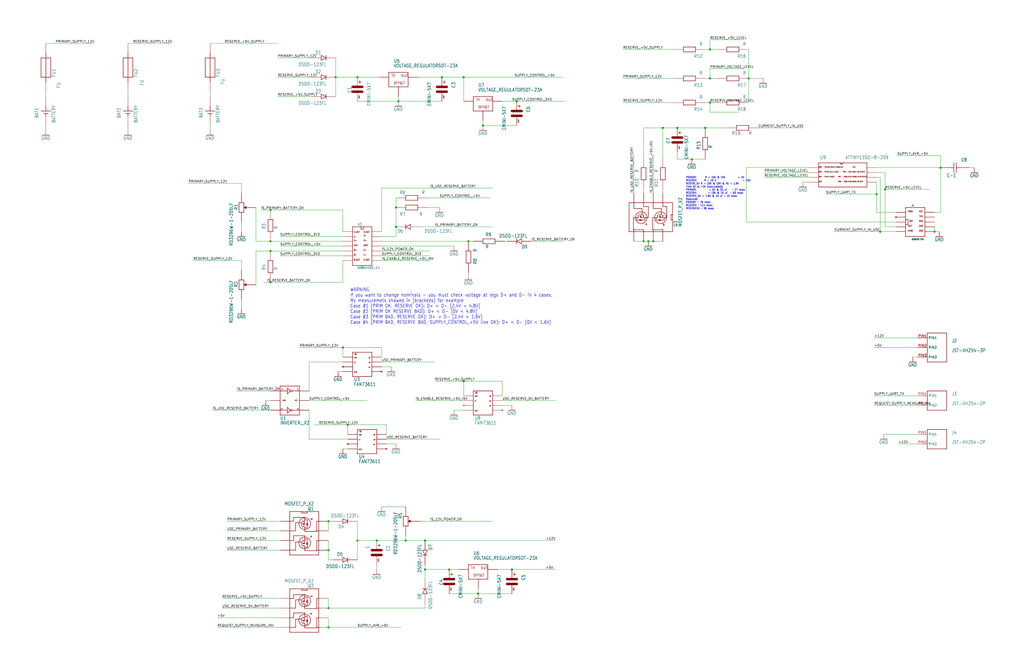
<source format=kicad_sch>
(kicad_sch (version 20230121) (generator eeschema)
  (paper "User" 538.556 352.069)
  (junction (at 223.52 299.72))
  (junction (at 491.49 121.92))
  (junction (at 172.72 274.32))
  (junction (at 187.96 40.64))
  (junction (at 251.46 312.42))
  (junction (at 243.84 40.64))
  (junction (at 462.915 121.92))
  (junction (at 494.665 88.265))
  (junction (at 223.52 284.48))
  (junction (at 182.88 223.52))
  (junction (at 142.24 127))
  (junction (at 373.38 26.035))
  (junction (at 338.455 127))
  (junction (at 271.78 53.34))
  (junction (at 180.34 182.88))
  (junction (at 208.28 109.22))
  (junction (at 142.24 110.49))
  (junction (at 269.24 299.72))
  (junction (at 209.55 53.34))
  (junction (at 172.72 289.56))
  (junction (at 393.7 41.275))
  (junction (at 243.84 200.66))
  (junction (at 373.38 53.975))
  (junction (at 343.535 127))
  (junction (at 198.12 284.48))
  (junction (at 176.53 40.64))
  (junction (at 348.615 67.31))
  (junction (at 187.96 284.48))
  (junction (at 142.24 132.08))
  (junction (at 232.41 40.64))
  (junction (at 340.995 127))
  (junction (at 142.24 148.59))
  (junction (at 370.84 67.31))
  (junction (at 236.22 299.72))
  (junction (at 208.28 119.38))
  (junction (at 356.235 67.31))
  (junction (at 246.38 127))
  (junction (at 172.72 320.04))
  (junction (at 465.455 99.695))
  (junction (at 254 66.04))
  (junction (at 172.72 330.2))
  (junction (at 461.01 102.235))
  (junction (at 373.38 41.275))
  (junction (at 363.855 83.82))
  (junction (at 213.36 284.48))
  (wire (pts (xy 163.83 50.8) (xy 146.05 50.8)) (stroke (width 0.1524)))
  (wire (pts (xy 187.96 40.64) (xy 176.53 40.64)) (stroke (width 0.1524)))
  (wire (pts (xy 147.32 284.48) (xy 119.38 284.48)) (stroke (width 0.1524)))
  (wire (pts (xy 208.28 124.46) (xy 208.28 119.38)) (stroke (width 0.1524)))
  (wire (pts (xy 228.6 200.66) (xy 243.84 200.66)) (stroke (width 0.1524)))
  (wire (pts (xy 251.46 309.88) (xy 251.46 312.42)) (stroke (width 0.1524)))
  (wire (pts (xy 461.01 111.76) (xy 471.17 111.76)) (stroke (width 0.1524)))
  (wire (pts (xy 246.38 127) (xy 248.92 127)) (stroke (width 0.1524)))
  (wire (pts (xy 480.06 187.96) (xy 482.6 187.96)) (stroke (width 0.1524)))
  (wire (pts (xy 200.66 121.92) (xy 200.66 99.06)) (stroke (width 0.1524)))
  (wire (pts (xy 425.45 93.345) (xy 401.955 93.345)) (stroke (width 0.1524)))
  (wire (pts (xy 172.72 325.12) (xy 172.72 330.2)) (stroke (width 0.1524)))
  (wire (pts (xy 187.96 53.34) (xy 209.55 53.34)) (stroke (width 0.1524)))
  (wire (pts (xy 142.24 205.74) (xy 124.46 205.74)) (stroke (width 0.1524)))
  (wire (pts (xy 162.56 231.14) (xy 182.88 231.14)) (stroke (width 0.1524)))
  (wire (pts (xy 271.78 66.04) (xy 254 66.04)) (stroke (width 0.1524)))
  (wire (pts (xy 208.28 119.38) (xy 208.28 109.22)) (stroke (width 0.1524)))
  (wire (pts (xy 127 157.48) (xy 127 162.56)) (stroke (width 0.1524)))
  (wire (pts (xy 219.71 40.64) (xy 232.41 40.64)) (stroke (width 0.1524)))
  (wire (pts (xy 373.38 53.975) (xy 373.38 59.055)) (stroke (width 0.1524)))
  (wire (pts (xy 147.32 330.2) (xy 114.3 330.2)) (stroke (width 0.1524)))
  (wire (pts (xy 465.455 90.805) (xy 465.455 99.695)) (stroke (width 0.1524)))
  (wire (pts (xy 348.615 101.6) (xy 348.615 99.695)) (stroke (width 0.1524)))
  (wire (pts (xy 338.455 83.185) (xy 338.455 67.31)) (stroke (width 0.1524)))
  (wire (pts (xy 127 101.6) (xy 127 96.52)) (stroke (width 0.1524)))
  (wire (pts (xy 224.79 104.14) (xy 257.81 104.14)) (stroke (width 0.1524)))
  (wire (pts (xy 147.32 274.32) (xy 119.38 274.32)) (stroke (width 0.1524)))
  (wire (pts (xy 279.4 127) (xy 295.91 127)) (stroke (width 0.1524)))
  (wire (pts (xy 232.41 40.64) (xy 243.84 40.64)) (stroke (width 0.1524)))
  (wire (pts (xy 261.62 299.72) (xy 269.24 299.72)) (stroke (width 0.1524)))
  (wire (pts (xy 422.275 95.885) (xy 425.45 95.885)) (stroke (width 0.1524)))
  (wire (pts (xy 243.84 210.82) (xy 218.44 210.82)) (stroke (width 0.1524)))
  (wire (pts (xy 200.66 193.04) (xy 205.74 193.04)) (stroke (width 0.1524)))
  (wire (pts (xy 223.52 297.18) (xy 223.52 299.72)) (stroke (width 0.1524)))
  (wire (pts (xy 471.17 116.84) (xy 392.43 116.84)) (stroke (width 0.1524)))
  (wire (pts (xy 134.62 109.22) (xy 134.62 127)) (stroke (width 0.1524)))
  (wire (pts (xy 373.38 20.955) (xy 391.16 20.955)) (stroke (width 0.1524)))
  (wire (pts (xy 203.2 233.68) (xy 208.28 233.68)) (stroke (width 0.1524)))
  (wire (pts (xy 209.55 50.8) (xy 209.55 53.34)) (stroke (width 0.1524)))
  (wire (pts (xy 110.49 66.04) (xy 110.49 68.58)) (stroke (width 0.1524)))
  (wire (pts (xy 180.34 137.16) (xy 180.34 148.59)) (stroke (width 0.1524)))
  (wire (pts (xy 180.34 187.96) (xy 180.34 182.88)) (stroke (width 0.1524)))
  (wire (pts (xy 264.16 213.36) (xy 269.24 213.36)) (stroke (width 0.1524)))
  (wire (pts (xy 134.62 132.08) (xy 142.24 132.08)) (stroke (width 0.1524)))
  (wire (pts (xy 363.855 83.82) (xy 356.235 83.82)) (stroke (width 0.1524)))
  (wire (pts (xy 172.72 294.64) (xy 175.26 294.64)) (stroke (width 0.1524)))
  (wire (pts (xy 110.49 22.86) (xy 146.05 22.86)) (stroke (width 0.1524)))
  (wire (pts (xy 172.72 330.2) (xy 210.82 330.2)) (stroke (width 0.1524)))
  (wire (pts (xy 340.995 127) (xy 343.535 127)) (stroke (width 0.1524)))
  (wire (pts (xy 142.24 132.08) (xy 180.34 132.08)) (stroke (width 0.1524)))
  (wire (pts (xy 354.33 41.275) (xy 327.66 41.275)) (stroke (width 0.1524)))
  (wire (pts (xy 147.32 314.96) (xy 116.84 314.96)) (stroke (width 0.1524)))
  (wire (pts (xy 180.34 236.22) (xy 182.88 236.22)) (stroke (width 0.1524)))
  (wire (pts (xy 177.8 195.58) (xy 180.34 195.58)) (stroke (width 0.1524)))
  (wire (pts (xy 200.66 127) (xy 246.38 127)) (stroke (width 0.1524)))
  (wire (pts (xy 172.72 284.48) (xy 172.72 289.56)) (stroke (width 0.1524)))
  (wire (pts (xy 425.45 90.805) (xy 401.955 90.805)) (stroke (width 0.1524)))
  (wire (pts (xy 464.82 228.6) (xy 482.6 228.6)) (stroke (width 0.1524)))
  (wire (pts (xy 142.24 215.9) (xy 111.76 215.9)) (stroke (width 0.1524)))
  (wire (pts (xy 264.16 200.66) (xy 264.16 208.28)) (stroke (width 0.1524)))
  (wire (pts (xy 462.915 121.92) (xy 471.17 121.92)) (stroke (width 0.1524)))
  (wire (pts (xy 223.52 320.04) (xy 223.52 317.5)) (stroke (width 0.1524)))
  (wire (pts (xy 236.22 299.72) (xy 223.52 299.72)) (stroke (width 0.1524)))
  (wire (pts (xy 398.78 67.31) (xy 422.275 67.31)) (stroke (width 0.1524)))
  (wire (pts (xy 370.84 41.275) (xy 373.38 41.275)) (stroke (width 0.1524)))
  (wire (pts (xy 393.7 41.275) (xy 393.7 53.975)) (stroke (width 0.1524)))
  (wire (pts (xy 373.38 26.035) (xy 373.38 20.955)) (stroke (width 0.1524)))
  (wire (pts (xy 67.31 22.86) (xy 90.17 22.86)) (stroke (width 0.1524)))
  (wire (pts (xy 200.66 190.5) (xy 228.6 190.5)) (stroke (width 0.1524)))
  (wire (pts (xy 236.22 312.42) (xy 251.46 312.42)) (stroke (width 0.1524)))
  (wire (pts (xy 134.62 149.86) (xy 134.62 132.08)) (stroke (width 0.1524)))
  (wire (pts (xy 180.34 134.62) (xy 147.32 134.62)) (stroke (width 0.1524)))
  (wire (pts (xy 246.38 144.78) (xy 246.38 143.51)) (stroke (width 0.1524)))
  (wire (pts (xy 213.36 266.7) (xy 200.66 266.7)) (stroke (width 0.1524)))
  (wire (pts (xy 199.39 40.64) (xy 187.96 40.64)) (stroke (width 0.1524)))
  (wire (pts (xy 494.665 81.915) (xy 471.805 81.915)) (stroke (width 0.1524)))
  (wire (pts (xy 162.56 210.82) (xy 193.04 210.82)) (stroke (width 0.1524)))
  (wire (pts (xy 172.72 289.56) (xy 172.72 294.64)) (stroke (width 0.1524)))
  (wire (pts (xy 180.34 110.49) (xy 142.24 110.49)) (stroke (width 0.1524)))
  (wire (pts (xy 373.38 41.275) (xy 373.38 36.195)) (stroke (width 0.1524)))
  (wire (pts (xy 223.52 304.8) (xy 223.52 299.72)) (stroke (width 0.1524)))
  (wire (pts (xy 180.34 121.92) (xy 180.34 110.49)) (stroke (width 0.1524)))
  (wire (pts (xy 491.49 121.92) (xy 494.03 121.92)) (stroke (width 0.1524)))
  (wire (pts (xy 223.52 284.48) (xy 292.1 284.48)) (stroke (width 0.1524)))
  (wire (pts (xy 24.13 66.04) (xy 24.13 68.58)) (stroke (width 0.1524)))
  (wire (pts (xy 200.66 182.88) (xy 200.66 187.96)) (stroke (width 0.1524)))
  (wire (pts (xy 142.24 148.59) (xy 138.43 148.59)) (stroke (width 0.1524)))
  (wire (pts (xy 127 137.16) (xy 101.6 137.16)) (stroke (width 0.1524)))
  (wire (pts (xy 134.62 127) (xy 142.24 127)) (stroke (width 0.1524)))
  (wire (pts (xy 243.84 40.64) (xy 295.91 40.64)) (stroke (width 0.1524)))
  (wire (pts (xy 67.31 66.04) (xy 67.31 68.58)) (stroke (width 0.1524)))
  (wire (pts (xy 147.32 289.56) (xy 119.38 289.56)) (stroke (width 0.1524)))
  (wire (pts (xy 180.34 182.88) (xy 157.48 182.88)) (stroke (width 0.1524)))
  (wire (pts (xy 264.16 53.34) (xy 271.78 53.34)) (stroke (width 0.1524)))
  (wire (pts (xy 392.43 116.84) (xy 392.43 88.265)) (stroke (width 0.1524)))
  (wire (pts (xy 243.84 200.66) (xy 264.16 200.66)) (stroke (width 0.1524)))
  (wire (pts (xy 110.49 50.8) (xy 110.49 48.26)) (stroke (width 0.1524)))
  (wire (pts (xy 491.49 111.76) (xy 494.665 111.76)) (stroke (width 0.1524)))
  (wire (pts (xy 471.17 119.38) (xy 465.455 119.38)) (stroke (width 0.1524)))
  (wire (pts (xy 182.88 228.6) (xy 182.88 223.52)) (stroke (width 0.1524)))
  (wire (pts (xy 142.24 127) (xy 180.34 127)) (stroke (width 0.1524)))
  (wire (pts (xy 482.6 177.8) (xy 459.74 177.8)) (stroke (width 0.1524)))
  (wire (pts (xy 243.84 215.9) (xy 238.76 215.9)) (stroke (width 0.1524)))
  (wire (pts (xy 461.01 95.885) (xy 461.01 102.235)) (stroke (width 0.1524)))
  (wire (pts (xy 200.66 132.08) (xy 226.06 132.08)) (stroke (width 0.1524)))
  (wire (pts (xy 354.33 26.035) (xy 327.66 26.035)) (stroke (width 0.1524)))
  (wire (pts (xy 461.01 90.805) (xy 465.455 90.805)) (stroke (width 0.1524)))
  (wire (pts (xy 393.7 41.275) (xy 401.32 41.275)) (stroke (width 0.1524)))
  (wire (pts (xy 373.38 36.195) (xy 391.16 36.195)) (stroke (width 0.1524)))
  (wire (pts (xy 462.915 93.345) (xy 462.915 121.92)) (stroke (width 0.1524)))
  (wire (pts (xy 343.535 101.6) (xy 343.535 81.28)) (stroke (width 0.1524)))
  (wire (pts (xy 163.83 30.48) (xy 146.05 30.48)) (stroke (width 0.1524)))
  (wire (pts (xy 241.3 299.72) (xy 236.22 299.72)) (stroke (width 0.1524)))
  (wire (pts (xy 482.6 182.88) (xy 459.74 182.88)) (stroke (width 0.1524)))
  (wire (pts (xy 354.33 53.975) (xy 327.66 53.975)) (stroke (width 0.1524)))
  (wire (pts (xy 200.66 99.06) (xy 259.08 99.06)) (stroke (width 0.1524)))
  (wire (pts (xy 509.905 88.265) (xy 512.445 88.265)) (stroke (width 0.1524)))
  (wire (pts (xy 461.01 88.265) (xy 494.665 88.265)) (stroke (width 0.1524)))
  (wire (pts (xy 142.24 110.49) (xy 137.16 110.49)) (stroke (width 0.1524)))
  (wire (pts (xy 269.24 299.72) (xy 292.1 299.72)) (stroke (width 0.1524)))
  (wire (pts (xy 24.13 50.8) (xy 24.13 48.26)) (stroke (width 0.1524)))
  (wire (pts (xy 147.32 279.4) (xy 119.38 279.4)) (stroke (width 0.1524)))
  (wire (pts (xy 343.535 127) (xy 348.615 127)) (stroke (width 0.1524)))
  (wire (pts (xy 338.455 127) (xy 340.995 127)) (stroke (width 0.1524)))
  (wire (pts (xy 373.38 41.275) (xy 377.19 41.275)) (stroke (width 0.1524)))
  (wire (pts (xy 213.36 281.94) (xy 213.36 284.48)) (stroke (width 0.1524)))
  (wire (pts (xy 465.455 99.695) (xy 488.95 99.695)) (stroke (width 0.1524)))
  (wire (pts (xy 370.84 83.82) (xy 363.855 83.82)) (stroke (width 0.1524)))
  (wire (pts (xy 271.78 53.34) (xy 297.18 53.34)) (stroke (width 0.1524)))
  (wire (pts (xy 392.43 88.265) (xy 425.45 88.265)) (stroke (width 0.1524)))
  (wire (pts (xy 373.38 53.975) (xy 377.19 53.975)) (stroke (width 0.1524)))
  (wire (pts (xy 200.66 134.62) (xy 226.06 134.62)) (stroke (width 0.1524)))
  (wire (pts (xy 220.98 274.32) (xy 259.08 274.32)) (stroke (width 0.1524)))
  (wire (pts (xy 180.34 129.54) (xy 147.32 129.54)) (stroke (width 0.1524)))
  (wire (pts (xy 182.88 223.52) (xy 203.2 223.52)) (stroke (width 0.1524)))
  (wire (pts (xy 465.455 119.38) (xy 465.455 99.695)) (stroke (width 0.1524)))
  (wire (pts (xy 370.84 53.975) (xy 373.38 53.975)) (stroke (width 0.1524)))
  (wire (pts (xy 176.53 30.48) (xy 176.53 40.64)) (stroke (width 0.1524)))
  (wire (pts (xy 180.34 148.59) (xy 142.24 148.59)) (stroke (width 0.1524)))
  (wire (pts (xy 482.6 208.28) (xy 459.74 208.28)) (stroke (width 0.1524)))
  (wire (pts (xy 200.66 137.16) (xy 226.06 137.16)) (stroke (width 0.1524)))
  (wire (pts (xy 482.6 213.36) (xy 459.74 213.36)) (stroke (width 0.1524)))
  (wire (pts (xy 462.915 121.92) (xy 438.785 121.92)) (stroke (width 0.1524)))
  (wire (pts (xy 162.56 215.9) (xy 162.56 231.14)) (stroke (width 0.1524)))
  (wire (pts (xy 175.26 274.32) (xy 172.72 274.32)) (stroke (width 0.1524)))
  (wire (pts (xy 461.01 102.235) (xy 434.34 102.235)) (stroke (width 0.1524)))
  (wire (pts (xy 203.2 223.52) (xy 203.2 228.6)) (stroke (width 0.1524)))
  (wire (pts (xy 163.83 40.64) (xy 146.05 40.64)) (stroke (width 0.1524)))
  (wire (pts (xy 393.7 26.035) (xy 393.7 41.275)) (stroke (width 0.1524)))
  (wire (pts (xy 356.235 67.31) (xy 370.84 67.31)) (stroke (width 0.1524)))
  (wire (pts (xy 187.96 274.32) (xy 187.96 284.48)) (stroke (width 0.1524)))
  (wire (pts (xy 147.32 325.12) (xy 114.3 325.12)) (stroke (width 0.1524)))
  (wire (pts (xy 265.43 127) (xy 266.7 127)) (stroke (width 0.1524)))
  (wire (pts (xy 176.53 50.8) (xy 176.53 40.64)) (stroke (width 0.1524)))
  (wire (pts (xy 139.7 210.82) (xy 142.24 210.82)) (stroke (width 0.1524)))
  (wire (pts (xy 180.34 124.46) (xy 147.32 124.46)) (stroke (width 0.1524)))
  (wire (pts (xy 251.46 312.42) (xy 269.24 312.42)) (stroke (width 0.1524)))
  (wire (pts (xy 67.31 50.8) (xy 67.31 48.26)) (stroke (width 0.1524)))
  (wire (pts (xy 333.375 127) (xy 338.455 127)) (stroke (width 0.1524)))
  (wire (pts (xy 482.6 233.68) (xy 472.44 233.68)) (stroke (width 0.1524)))
  (wire (pts (xy 373.38 26.035) (xy 377.19 26.035)) (stroke (width 0.1524)))
  (wire (pts (xy 208.28 109.22) (xy 208.28 104.14)) (stroke (width 0.1524)))
  (wire (pts (xy 356.235 83.82) (xy 356.235 80.01)) (stroke (width 0.1524)))
  (wire (pts (xy 370.84 26.035) (xy 373.38 26.035)) (stroke (width 0.1524)))
  (wire (pts (xy 127 142.24) (xy 127 137.16)) (stroke (width 0.1524)))
  (wire (pts (xy 491.49 119.38) (xy 491.49 121.92)) (stroke (width 0.1524)))
  (wire (pts (xy 348.615 67.31) (xy 356.235 67.31)) (stroke (width 0.1524)))
  (wire (pts (xy 198.12 299.72) (xy 198.12 297.18)) (stroke (width 0.1524)))
  (wire (pts (xy 162.56 205.74) (xy 162.56 190.5)) (stroke (width 0.1524)))
  (wire (pts (xy 203.2 231.14) (xy 231.14 231.14)) (stroke (width 0.1524)))
  (wire (pts (xy 494.665 88.265) (xy 494.665 81.915)) (stroke (width 0.1524)))
  (wire (pts (xy 243.84 40.64) (xy 243.84 53.34)) (stroke (width 0.1524)))
  (wire (pts (xy 172.72 314.96) (xy 172.72 320.04)) (stroke (width 0.1524)))
  (wire (pts (xy 373.38 59.055) (xy 388.62 59.055)) (stroke (width 0.1524)))
  (wire (pts (xy 224.79 109.22) (xy 231.14 109.22)) (stroke (width 0.1524)))
  (wire (pts (xy 127 96.52) (xy 99.06 96.52)) (stroke (width 0.1524)))
  (wire (pts (xy 127 116.84) (xy 127 121.92)) (stroke (width 0.1524)))
  (wire (pts (xy 24.13 22.86) (xy 49.53 22.86)) (stroke (width 0.1524)))
  (wire (pts (xy 180.34 182.88) (xy 200.66 182.88)) (stroke (width 0.1524)))
  (wire (pts (xy 162.56 190.5) (xy 180.34 190.5)) (stroke (width 0.1524)))
  (wire (pts (xy 254 63.5) (xy 254 66.04)) (stroke (width 0.1524)))
  (wire (pts (xy 338.455 67.31) (xy 348.615 67.31)) (stroke (width 0.1524)))
  (wire (pts (xy 182.88 223.52) (xy 165.1 223.52)) (stroke (width 0.1524)))
  (wire (pts (xy 172.72 279.4) (xy 172.72 274.32)) (stroke (width 0.1524)))
  (wire (pts (xy 147.32 320.04) (xy 116.84 320.04)) (stroke (width 0.1524)))
  (wire (pts (xy 461.01 102.235) (xy 461.01 111.76)) (stroke (width 0.1524)))
  (wire (pts (xy 187.96 284.48) (xy 187.96 294.64)) (stroke (width 0.1524)))
  (wire (pts (xy 198.12 284.48) (xy 213.36 284.48)) (stroke (width 0.1524)))
  (wire (pts (xy 348.615 67.31) (xy 348.615 83.185)) (stroke (width 0.1524)))
  (wire (pts (xy 338.455 99.695) (xy 338.455 101.6)) (stroke (width 0.1524)))
  (wire (pts (xy 243.84 208.28) (xy 243.84 200.66)) (stroke (width 0.1524)))
  (wire (pts (xy 461.01 93.345) (xy 462.915 93.345)) (stroke (width 0.1524)))
  (wire (pts (xy 333.375 101.6) (xy 333.375 81.28)) (stroke (width 0.1524)))
  (wire (pts (xy 232.41 53.34) (xy 209.55 53.34)) (stroke (width 0.1524)))
  (wire (pts (xy 220.98 119.38) (xy 259.08 119.38)) (stroke (width 0.1524)))
  (wire (pts (xy 200.66 129.54) (xy 238.76 129.54)) (stroke (width 0.1524)))
  (wire (pts (xy 200.66 124.46) (xy 208.28 124.46)) (stroke (width 0.1524)))
  (wire (pts (xy 213.36 284.48) (xy 223.52 284.48)) (stroke (width 0.1524)))
  (wire (pts (xy 172.72 320.04) (xy 223.52 320.04)) (stroke (width 0.1524)))
  (wire (pts (xy 198.12 284.48) (xy 187.96 284.48)) (stroke (width 0.1524)))
  (wire (pts (xy 264.16 210.82) (xy 292.1 210.82)) (stroke (width 0.1524)))
  (wire (pts (xy 494.665 111.76) (xy 494.665 88.265)) (stroke (width 0.1524)))
  (wire (pts (xy 370.84 67.31) (xy 382.27 67.31)) (stroke (width 0.1524)))
  (text "PRIMARY       R = 10K & 10K          = 5K\nRESERVE      R = 10 K                     = 10K\nRESERE_5V R = 10K & 10K & 3K = 1.9K\nTime 5V to <3V (calculated):\nPRIMARY          = 5K & 10 uF    ~ 27 msec\nRESERVE         = 10K & 10 uF  ~ 60 msec\nRESERVE_5V = 1.9K & 10 uF ~ 10 msec\nMeasured\nPRIMARY ~ 76 msec\nRESERVE ~ 114 msec\nRESERVE5V ~ 38 msec" (at 360.68 110.49 0) (effects (font (size 1.016 0.8636)) (justify left bottom)))
  (text "WARNING\nIf you want to change nominals - you must check voltage at legs D+ and D- in 4 cases.\nMy measuremets showed in [brackeds] for example\nCase #1 (PRIM OK, RESERVE OK): D+ < D- [2.4V < 4.8V]\nCase #2 (PRIM OK RESERVE BAD): D+ < D- [0V < 4.8V]\nCase #3 (PRIM BAD, RESERVE OK): D+ > D- [2.4V > 1.6V]\nCase #4 (PRIM BAD, RESERVE BAD, SUPPLY_CONTROL_+5V line OK): D+ < D- [0V < 1.6V]" (at 184.15 170.815 0) (effects (font (size 1.778 1.5113)) (justify left bottom)))
  (label "USE_PRIMARY_BATTERY" (at 119.38 279.4 0) (effects (font (size 1.2446 1.2446))))
  (label "SUPPLY_CONTROL_+5V" (at 162.56 210.82 0) (effects (font (size 1.2446 1.2446))))
  (label "SUPPLY_CONTROL_3V3" (at 147.32 124.46 0) (effects (font (size 1.2446 1.2446))))
  (label "RESERVE_SUPPLY_12V" (at 101.6 137.16 0) (effects (font (size 1.2446 1.2446))))
  (label "REQUEST_SUPPLY_MEASURE_INV" (at 114.3 330.2 0) (effects (font (size 1.2446 1.2446))))
  (label "SUPPLY_AVR_+5V" (at 187.96 330.2 0) (effects (font (size 1.2446 1.2446))))
  (label "IS_RESERVE_BATTERY_OK" (at 140.335 148.59 0) (effects (font (size 1.2446 1.2446))))
  (label "PRIMARY_SUPPLY_12V" (at 157.48 182.88 0) (effects (font (size 1.2446 1.2446))))
  (label "SUPPLY_UART_TX" (at 459.74 208.28 0) (effects (font (size 1.2446 1.2446))))
  (label "IS_ENABLE_RESERVE_+5V_INV" (at 343.535 101.6 90) (effects (font (size 1.2446 1.2446))))
  (label "SUPPLY_CONTROL_3V3" (at 147.32 134.62 0) (effects (font (size 1.2446 1.2446))))
  (label "CURRENT_SUPPLY_IN_USE" (at 438.785 121.92 0) (effects (font (size 1.2446 1.2446))))
  (label "RESERVE_+5V_SUPPLY" (at 116.84 314.96 0) (effects (font (size 1.2446 1.2446))))
  (label "IS_PRIMARY_BATTERY_OK" (at 124.46 205.74 0) (effects (font (size 1.2446 1.2446))))
  (label "SUPPLY_CONTROL_+5V" (at 147.32 129.54 0) (effects (font (size 1.2446 1.2446))))
  (label "IS_USE_RESERVE_BATTERY" (at 333.375 101.6 90) (effects (font (size 1.2446 1.2446))))
  (label "RESERVE_SUPPLY_12V" (at 167.64 223.52 0) (effects (font (size 1.2446 1.2446))))
  (label "SUPPLY_CONTROL_+5V" (at 231.14 104.14 0) (effects (font (size 1.2446 1.2446))))
  (label "PRIMARY_SUPPLY_12V" (at 119.38 274.32 0) (effects (font (size 1.2446 1.2446))))
  (label "IS_RESERVE_BATTERY_OK" (at 279.4 127 0) (effects (font (size 1.2446 1.2446))))
  (label "IS_USE_RESERVE_BATTERY" (at 226.06 99.06 0) (effects (font (size 1.2446 1.2446))))
  (label "USE_RESERVE_BATTERY" (at 119.38 289.56 0) (effects (font (size 1.2446 1.2446))))
  (label "REQUEST_SUPPLY_MEASURE_INV" (at 459.74 213.36 0) (effects (font (size 1.2446 1.2446))))
  (label "USE_RESERVE_5V_BATTERY" (at 264.16 210.82 0) (effects (font (size 1.2446 1.2446))))
  (label "RESERVE_VOLTAGE_LEVEL" (at 401.955 93.345 0) (effects (font (size 1.2446 1.2446))))
  (label "SUPPLY_AVR_+5V" (at 471.805 81.915 0) (effects (font (size 1.2446 1.2446))))
  (label "IS_ENABLE_RESERVE_+5V_INV" (at 200.66 137.16 0) (effects (font (size 1.2446 1.2446))))
  (label "IS_PRIMARY_BATTERY_OK" (at 137.16 110.49 0) (effects (font (size 1.2446 1.2446))))
  (label "PRIMARY_VOLTAGE_LEVEL" (at 373.38 36.195 0) (effects (font (size 1.2446 1.2446))))
  (label "RESERVE_+5V_LEVEL" (at 373.38 20.955 0) (effects (font (size 1.2446 1.2446))))
  (label "SUPPLY_UART_TX" (at 434.34 102.235 0) (effects (font (size 1.2446 1.2446))))
  (label "RESERVE_SUPPLY_12V" (at 69.85 22.86 0) (effects (font (size 1.2446 1.2446))))
  (label "+5V" (at 287.02 299.72 0) (effects (font (size 1.2446 1.2446))))
  (label "PRIMARY_SUPPLY_12V" (at 99.06 96.52 0) (effects (font (size 1.2446 1.2446))))
  (label "+5V" (at 459.74 182.88 0) (effects (font (size 1.2446 1.2446))))
  (label "RESERVE_+5V_SUPPLY" (at 118.11 22.86 0) (effects (font (size 1.2446 1.2446))))
  (label "USE_PRIMARY_BATTERY" (at 200.66 190.5 0) (effects (font (size 1.2446 1.2446))))
  (label "USE_RESERVE_5V_BATTERY" (at 116.84 320.04 0) (effects (font (size 1.2446 1.2446))))
  (label "RESERVE_SUPPLY_12V" (at 119.38 284.48 0) (effects (font (size 1.2446 1.2446))))
  (label "IS_ENABLE_RESERVE_+5V_INV" (at 218.44 210.82 0) (effects (font (size 1.2446 1.2446))))
  (label "+12V" (at 472.44 233.68 0) (effects (font (size 1.2446 1.2446))))
  (label "RESERVE_+5V_LEVEL" (at 465.455 99.695 0) (effects (font (size 1.2446 1.2446))))
  (label "IS_12V_POWER_OK" (at 226.06 274.32 0) (effects (font (size 1.2446 1.2446))))
  (label "PRIMARY_VOLTAGE_LEVEL" (at 401.955 90.805 0) (effects (font (size 1.2446 1.2446))))
  (label "RESERVE_SUPPLY_12V" (at 327.66 53.975 0) (effects (font (size 1.2446 1.2446))))
  (label "RESERVE_+5V_SUPPLY" (at 327.66 26.035 0) (effects (font (size 1.2446 1.2446))))
  (label "CURRENT_SUPPLY_IN_USE" (at 398.78 67.31 0) (effects (font (size 1.2446 1.2446))))
  (label "+12V" (at 459.74 177.8 0) (effects (font (size 1.2446 1.2446))))
  (label "IS_PRIMARY_BATTERY_OK" (at 228.6 119.38 0) (effects (font (size 1.2446 1.2446))))
  (label "IS_12V_POWER_OK" (at 200.66 132.08 0) (effects (font (size 1.2446 1.2446))))
  (label "RESERVE_+5V_SUPPLY" (at 146.05 50.8 0) (effects (font (size 1.2446 1.2446))))
  (label "SUPPLY_CONTROL_+5V" (at 270.51 40.64 0) (effects (font (size 1.2446 1.2446))))
  (label "PRIMARY_SUPPLY_12V" (at 327.66 41.275 0) (effects (font (size 1.2446 1.2446))))
  (label "IS_USE_RESERVE_BATTERY" (at 111.76 215.9 0) (effects (font (size 1.2446 1.2446))))
  (label "+12V" (at 287.02 284.48 0) (effects (font (size 1.2446 1.2446))))
  (label "SUPPLY_CONTROL_3V3" (at 269.24 53.34 0) (effects (font (size 1.2446 1.2446))))
  (label "SUPPLY_CONTROL_3V3" (at 200.66 134.62 0) (effects (font (size 1.2446 1.2446))))
  (label "PRIMARY_SUPPLY_12V" (at 29.21 22.86 0) (effects (font (size 1.2446 1.2446))))
  (label "RESERVE_SUPPLY_12V" (at 146.05 40.64 0) (effects (font (size 1.2446 1.2446))))
  (label "USE_RESERVE_BATTERY" (at 203.2 231.14 0) (effects (font (size 1.2446 1.2446))))
  (label "RESERVE_VOLTAGE_LEVEL" (at 373.38 53.975 0) (effects (font (size 1.2446 1.2446))))
  (label "RESERVE_+5V_SUPPLY" (at 228.6 200.66 0) (effects (font (size 1.2446 1.2446))))
  (label "+5V" (at 114.3 325.12 0) (effects (font (size 1.2446 1.2446))))
  (label "PRIMARY_SUPPLY_12V" (at 146.05 30.48 0) (effects (font (size 1.2446 1.2446))))
  (symbol (lib_id "supply-eagle-import:R") (at 386.08 26.035 180) (unit 1)
    (property "Reference" "R16" (at 392.43 28.575 0) (effects (font (size 1.778 1.5113)) (justify left bottom)))
    (property "Value" "R" (at 392.43 22.225 0) (effects (font (size 1.778 1.5113)) (justify left bottom)))
    (property "Footprint" "supply:R" (effects hide))
  )
  (symbol (lib_id "supply-eagle-import:R") (at 142.24 119.38 90) (unit 1)
    (property "Reference" "R3" (at 139.7 120.65 0) (effects (font (size 1.778 1.5113)) (justify left bottom)))
    (property "Value" "R" (at 146.05 120.65 0) (effects (font (size 1.778 1.5113)) (justify left bottom)))
    (property "Footprint" "supply:R" (effects hide))
  )
  (symbol (lib_id "supply-eagle-import:GND") (at 246.38 147.32 0) (unit 1)
    (property "Reference" "#GND11" (effects hide))
    (property "Value" "GND" (at 243.84 149.86 0) (effects (font (size 1.778 1.5113)) (justify left bottom)))
  )
  (symbol (lib_id "supply-eagle-import:R") (at 363.22 41.275 180) (unit 1)
    (property "Reference" "R13" (at 369.57 43.815 0) (effects (font (size 1.778 1.5113)) (justify left bottom)))
    (property "Value" "R" (at 369.57 37.465 0) (effects (font (size 1.778 1.5113)) (justify left bottom)))
    (property "Footprint" "supply:R" (effects hide))
  )
  (symbol (lib_id "supply-eagle-import:DSOD-123FL") (at 223.52 309.88 90) (unit 1)
    (property "Reference" "D8" (at 221.615 315.595 0) (effects (font (size 1.778 1.5113)) (justify left bottom)))
    (property "Value" "DSOD-123FL" (at 227.33 320.675 0) (effects (font (size 1.778 1.5113)) (justify left bottom)))
    (property "Footprint" "supply:D-SOD-123FL" (effects hide))
  )
  (symbol (lib_id "supply-eagle-import:GND") (at 254 68.58 0) (unit 1)
    (property "Reference" "#GND48" (effects hide))
    (property "Value" "GND" (at 251.46 71.12 0) (effects (font (size 1.778 1.5113)) (justify left bottom)))
  )
  (symbol (lib_id "supply-eagle-import:R") (at 142.24 140.97 90) (unit 1)
    (property "Reference" "R4" (at 139.7 142.24 0) (effects (font (size 1.778 1.5113)) (justify left bottom)))
    (property "Value" "R" (at 146.05 142.24 0) (effects (font (size 1.778 1.5113)) (justify left bottom)))
    (property "Footprint" "supply:R" (effects hide))
  )
  (symbol (lib_id "supply-eagle-import:GND") (at 205.74 195.58 0) (unit 1)
    (property "Reference" "#GND38" (effects hide))
    (property "Value" "GND" (at 203.2 198.12 0) (effects (font (size 1.778 1.5113)) (justify left bottom)))
  )
  (symbol (lib_id "supply-eagle-import:GND") (at 208.28 236.22 0) (unit 1)
    (property "Reference" "#GND39" (effects hide))
    (property "Value" "GND" (at 205.74 238.76 0) (effects (font (size 1.778 1.5113)) (justify left bottom)))
  )
  (symbol (lib_id "supply-eagle-import:GND") (at 340.995 129.54 0) (unit 1)
    (property "Reference" "#GND43" (effects hide))
    (property "Value" "GND" (at 338.455 132.08 0) (effects (font (size 1.778 1.5113)) (justify left bottom)))
  )
  (symbol (lib_id "supply-eagle-import:GND") (at 464.82 231.14 0) (unit 1)
    (property "Reference" "#GND32" (effects hide))
    (property "Value" "GND" (at 462.28 233.68 0) (effects (font (size 1.778 1.5113)) (justify left bottom)))
  )
  (symbol (lib_id "supply-eagle-import:FAN73611") (at 190.5 193.04 0) (unit 1)
    (property "Reference" "U3" (at 186.055 200.66 0) (effects (font (size 1.778 1.5113)) (justify left bottom)))
    (property "Value" "FAN73611" (at 186.055 203.2 0) (effects (font (size 1.778 1.5113)) (justify left bottom)))
    (property "Footprint" "supply:SOIC-8" (effects hide))
  )
  (symbol (lib_id "supply-eagle-import:GND") (at 24.13 71.12 0) (unit 1)
    (property "Reference" "#GND1" (effects hide))
    (property "Value" "GND" (at 21.59 73.66 0) (effects (font (size 1.778 1.5113)) (justify left bottom)))
  )
  (symbol (lib_id "supply-eagle-import:GND") (at 494.03 124.46 0) (unit 1)
    (property "Reference" "#GND41" (effects hide))
    (property "Value" "GND" (at 491.49 127 0) (effects (font (size 1.778 1.5113)) (justify left bottom)))
  )
  (symbol (lib_id "supply-eagle-import:DSOD-123FL") (at 223.52 292.1 270) (unit 1)
    (property "Reference" "D7" (at 225.425 286.385 0) (effects (font (size 1.778 1.5113)) (justify left bottom)))
    (property "Value" "DSOD-123FL" (at 219.71 286.385 0) (effects (font (size 1.778 1.5113)) (justify left bottom)))
    (property "Footprint" "supply:D-SOD-123FL" (effects hide))
  )
  (symbol (lib_id "supply-eagle-import:FAN73611") (at 254 213.36 0) (unit 1)
    (property "Reference" "U8" (at 249.555 220.98 0) (effects (font (size 1.778 1.5113)) (justify left bottom)))
    (property "Value" "FAN73611" (at 249.555 223.52 0) (effects (font (size 1.778 1.5113)) (justify left bottom)))
    (property "Footprint" "supply:SOIC-8" (effects hide))
  )
  (symbol (lib_id "supply-eagle-import:MOSFET_P_X2") (at 160.02 322.58 0) (unit 1)
    (property "Reference" "Q2" (at 165.1 307.34 0) (effects (font (size 1.778 1.5113)) (justify right top)))
    (property "Value" "MOSFET_P_X2" (at 165.1 304.8 0) (effects (font (size 1.778 1.5113)) (justify right top)))
    (property "Footprint" "supply:SO-8" (effects hide))
  )
  (symbol (lib_id "supply-eagle-import:DSOD-123FL") (at 271.78 127 180) (unit 1)
    (property "Reference" "D9" (at 277.495 128.905 0) (effects (font (size 1.778 1.5113)) (justify left bottom)))
    (property "Value" "DSOD-123FL" (at 277.495 123.19 0) (effects (font (size 1.778 1.5113)) (justify left bottom)))
    (property "Footprint" "supply:D-SOD-123FL" (effects hide))
  )
  (symbol (lib_id "supply-eagle-import:CMINI-5X7") (at 269.24 307.34 270) (unit 1)
    (property "Reference" "C5" (at 274.32 302.26 0) (effects (font (size 1.778 1.5113)) (justify left bottom)))
    (property "Value" "CMINI-5X7" (at 261.62 302.26 0) (effects (font (size 1.778 1.5113)) (justify left bottom)))
    (property "Footprint" "supply:C-MINI-5X7" (effects hide))
  )
  (symbol (lib_id "supply-eagle-import:MOSFET_P_X2") (at 340.995 114.3 270) (unit 1)
    (property "Reference" "Q3" (at 356.235 119.38 0) (effects (font (size 1.778 1.5113)) (justify right top)))
    (property "Value" "MOSFET_P_X2" (at 358.775 119.38 0) (effects (font (size 1.778 1.5113)) (justify right top)))
    (property "Footprint" "supply:SO-8" (effects hide))
  )
  (symbol (lib_id "supply-eagle-import:VOLTAGE_REGULATORSOT-23A") (at 251.46 302.26 0) (unit 1)
    (property "Reference" "U6" (at 248.92 292.1 0) (effects (font (size 1.778 1.5113)) (justify left bottom)))
    (property "Value" "VOLTAGE_REGULATORSOT-23A" (at 248.92 294.64 0) (effects (font (size 1.778 1.5113)) (justify left bottom)))
    (property "Footprint" "supply:SOT-23A" (effects hide))
  )
  (symbol (lib_id "supply-eagle-import:CMINI-5X7") (at 232.41 48.26 270) (unit 1)
    (property "Reference" "C3" (at 237.49 43.18 0) (effects (font (size 1.778 1.5113)) (justify left bottom)))
    (property "Value" "CMINI-5X7" (at 224.79 43.18 0) (effects (font (size 1.778 1.5113)) (justify left bottom)))
    (property "Footprint" "supply:C-MINI-5X7" (effects hide))
  )
  (symbol (lib_id "supply-eagle-import:JST-XH254-3P") (at 487.68 182.88 0) (unit 1)
    (property "Reference" "J2" (at 500.38 180.34 0) (effects (font (size 1.778 1.5113)) (justify left bottom)))
    (property "Value" "JST-XH254-3P" (at 500.38 185.42 0) (effects (font (size 1.778 1.5113)) (justify left bottom)))
    (property "Footprint" "supply:JST-XH254-3P" (effects hide))
  )
  (symbol (lib_id "supply-eagle-import:USBASP_PIN") (at 481.33 116.84 0) (unit 1)
    (property "Reference" "J1" (at 479.425 108.585 0) (effects (font (size 0.8128 0.6908)) (justify left bottom)))
    (property "Value" "USBASP_PIN" (at 479.425 126.365 0) (effects (font (size 0.8128 0.6908)) (justify left bottom)))
    (property "Footprint" "supply:USBASP_PIN" (effects hide))
  )
  (symbol (lib_id "supply-eagle-import:GND") (at 512.445 90.805 0) (unit 1)
    (property "Reference" "#GND40" (effects hide))
    (property "Value" "GND" (at 509.905 93.345 0) (effects (font (size 1.778 1.5113)) (justify left bottom)))
  )
  (symbol (lib_id "supply-eagle-import:MOSFET_P_X2") (at 160.02 281.94 0) (unit 1)
    (property "Reference" "Q1" (at 165.1 266.7 0) (effects (font (size 1.778 1.5113)) (justify right top)))
    (property "Value" "MOSFET_P_X2" (at 165.1 264.16 0) (effects (font (size 1.778 1.5113)) (justify right top)))
    (property "Footprint" "supply:SO-8" (effects hide))
  )
  (symbol (lib_id "supply-eagle-import:RD3296W-1-205LF") (at 127 149.86 270) (unit 1)
    (property "Reference" "R2" (at 123.19 147.955 0) (effects (font (size 1.778 1.5113)) (justify left bottom)))
    (property "Value" "RD3296W-1-205LF" (at 120.65 147.32 0) (effects (font (size 1.778 1.5113)) (justify left bottom)))
    (property "Footprint" "supply:RD-3296W-1-205LF" (effects hide))
  )
  (symbol (lib_id "supply-eagle-import:R") (at 256.54 127 0) (unit 1)
    (property "Reference" "R9" (at 255.27 124.46 0) (effects (font (size 1.778 1.5113)) (justify left bottom)))
    (property "Value" "R" (at 255.27 130.81 0) (effects (font (size 1.778 1.5113)) (justify left bottom)))
    (property "Footprint" "supply:R" (effects hide))
  )
  (symbol (lib_id "supply-eagle-import:CMINI-5X7") (at 236.22 307.34 270) (unit 1)
    (property "Reference" "C4" (at 231.14 304.8 0) (effects (font (size 1.778 1.5113)) (justify left bottom)))
    (property "Value" "CMINI-5X7" (at 241.3 302.26 0) (effects (font (size 1.778 1.5113)) (justify left bottom)))
    (property "Footprint" "supply:C-MINI-5X7" (effects hide))
  )
  (symbol (lib_id "supply-eagle-import:RD3296W-1-205LF") (at 127 109.22 270) (unit 1)
    (property "Reference" "R1" (at 123.19 107.315 0) (effects (font (size 1.778 1.5113)) (justify left bottom)))
    (property "Value" "RD3296W-1-205LF" (at 120.65 106.68 0) (effects (font (size 1.778 1.5113)) (justify left bottom)))
    (property "Footprint" "supply:RD-3296W-1-205LF" (effects hide))
  )
  (symbol (lib_id "supply-eagle-import:GND") (at 269.24 215.9 0) (unit 1)
    (property "Reference" "#GND45" (effects hide))
    (property "Value" "GND" (at 266.7 218.44 0) (effects (font (size 1.778 1.5113)) (justify left bottom)))
  )
  (symbol (lib_id "supply-eagle-import:ATTINY13SO-8-209") (at 442.595 90.805 0) (unit 1)
    (property "Reference" "U9" (at 431.165 83.82 0) (effects (font (size 1.778 1.5113)) (justify left bottom)))
    (property "Value" "ATTINY13SO-8-209" (at 444.5 83.82 0) (effects (font (size 1.778 1.5113)) (justify left bottom)))
    (property "Footprint" "supply:SO-8-209" (effects hide))
  )
  (symbol (lib_id "supply-eagle-import:GND") (at 209.55 55.88 0) (unit 1)
    (property "Reference" "#GND3" (effects hide))
    (property "Value" "GND" (at 207.01 58.42 0) (effects (font (size 1.778 1.5113)) (justify left bottom)))
  )
  (symbol (lib_id "supply-eagle-import:GND") (at 110.49 71.12 0) (unit 1)
    (property "Reference" "#GND8" (effects hide))
    (property "Value" "GND" (at 107.95 73.66 0) (effects (font (size 1.778 1.5113)) (justify left bottom)))
  )
  (symbol (lib_id "supply-eagle-import:JST-XH254-2P") (at 487.68 231.14 0) (unit 1)
    (property "Reference" "J4" (at 500.38 228.6 0) (effects (font (size 1.778 1.5113)) (justify left bottom)))
    (property "Value" "JST-XH254-2P" (at 500.38 233.68 0) (effects (font (size 1.778 1.5113)) (justify left bottom)))
    (property "Footprint" "supply:JST-XH254-2P" (effects hide))
  )
  (symbol (lib_id "supply-eagle-import:CMINI-5X7") (at 356.235 74.93 270) (unit 1)
    (property "Reference" "C7" (at 350.52 72.39 0) (effects (font (size 1.778 1.5113)) (justify left bottom)))
    (property "Value" "CMINI-5X7" (at 360.045 71.12 0) (effects (font (size 1.778 1.5113)) (justify left bottom)))
    (property "Footprint" "supply:C-MINI-5X7" (effects hide))
  )
  (symbol (lib_id "supply-eagle-import:GND") (at 238.76 218.44 0) (unit 1)
    (property "Reference" "#GND46" (effects hide))
    (property "Value" "GND" (at 236.22 220.98 0) (effects (font (size 1.778 1.5113)) (justify left bottom)))
  )
  (symbol (lib_id "supply-eagle-import:DSOD-123FL") (at 182.88 294.64 0) (unit 1)
    (property "Reference" "D5" (at 177.165 292.735 0) (effects (font (size 1.778 1.5113)) (justify left bottom)))
    (property "Value" "DSOD-123FL" (at 171.45 299.085 0) (effects (font (size 1.778 1.5113)) (justify left bottom)))
    (property "Footprint" "supply:D-SOD-123FL" (effects hide))
  )
  (symbol (lib_id "supply-eagle-import:GND") (at 67.31 71.12 0) (unit 1)
    (property "Reference" "#GND2" (effects hide))
    (property "Value" "GND" (at 64.77 73.66 0) (effects (font (size 1.778 1.5113)) (justify left bottom)))
  )
  (symbol (lib_id "supply-eagle-import:C-1") (at 502.285 88.265 0) (unit 1)
    (property "Reference" "C8" (at 505.46 85.09 0) (effects (font (size 1.778 1.5113)) (justify left bottom)))
    (property "Value" "C-1" (at 497.84 93.345 0) (effects (font (size 1.778 1.5113)) (justify left bottom)))
    (property "Footprint" "supply:C-1" (effects hide))
  )
  (symbol (lib_id "supply-eagle-import:GND") (at 422.275 98.425 0) (unit 1)
    (property "Reference" "#GND13" (effects hide))
    (property "Value" "GND" (at 419.735 100.965 0) (effects (font (size 1.778 1.5113)) (justify left bottom)))
  )
  (symbol (lib_id "supply-eagle-import:R") (at 363.22 53.975 180) (unit 1)
    (property "Reference" "R14" (at 369.57 56.515 0) (effects (font (size 1.778 1.5113)) (justify left bottom)))
    (property "Value" "R" (at 369.57 50.165 0) (effects (font (size 1.778 1.5113)) (justify left bottom)))
    (property "Footprint" "supply:R" (effects hide))
  )
  (symbol (lib_id "supply-eagle-import:R") (at 370.84 76.2 90) (unit 1)
    (property "Reference" "R15" (at 368.3 78.74 0) (effects (font (size 1.778 1.5113)) (justify left bottom)))
    (property "Value" "R" (at 374.65 78.105 0) (effects (font (size 1.778 1.5113)) (justify left bottom)))
    (property "Footprint" "supply:R" (effects hide))
  )
  (symbol (lib_id "supply-eagle-import:FU") (at 24.13 35.56 90) (unit 1)
    (property "Reference" "FU1" (at 29.21 40.64 0) (effects (font (size 1.778 1.5113)) (justify left bottom)))
    (property "Value" "FU" (at 31.75 46.355 0) (effects (font (size 1.778 1.5113)) (justify left bottom)))
    (property "Footprint" "supply:FU" (effects hide))
  )
  (symbol (lib_id "supply-eagle-import:GND") (at 139.7 213.36 0) (unit 1)
    (property "Reference" "#GND42" (effects hide))
    (property "Value" "GND" (at 137.16 215.9 0) (effects (font (size 1.778 1.5113)) (justify left bottom)))
  )
  (symbol (lib_id "supply-eagle-import:RD3296W-1-205LF") (at 213.36 274.32 270) (unit 1)
    (property "Reference" "R5" (at 209.55 269.875 0) (effects (font (size 1.778 1.5113)) (justify left bottom)))
    (property "Value" "RD3296W-1-205LF" (at 207.01 269.24 0) (effects (font (size 1.778 1.5113)) (justify left bottom)))
    (property "Footprint" "supply:RD-3296W-1-205LF" (effects hide))
  )
  (symbol (lib_id "supply-eagle-import:GND") (at 480.06 190.5 0) (unit 1)
    (property "Reference" "#GND17" (effects hide))
    (property "Value" "GND" (at 477.52 193.04 0) (effects (font (size 1.778 1.5113)) (justify left bottom)))
  )
  (symbol (lib_id "supply-eagle-import:CMINI-5X7") (at 187.96 48.26 270) (unit 1)
    (property "Reference" "C1" (at 182.88 45.72 0) (effects (font (size 1.778 1.5113)) (justify left bottom)))
    (property "Value" "CMINI-5X7" (at 193.04 43.18 0) (effects (font (size 1.778 1.5113)) (justify left bottom)))
    (property "Footprint" "supply:C-MINI-5X7" (effects hide))
  )
  (symbol (lib_id "supply-eagle-import:GND") (at 177.8 198.12 0) (unit 1)
    (property "Reference" "#GND7" (effects hide))
    (property "Value" "GND" (at 175.26 200.66 0) (effects (font (size 1.778 1.5113)) (justify left bottom)))
  )
  (symbol (lib_id "supply-eagle-import:DSOD-123FL") (at 182.88 274.32 0) (unit 1)
    (property "Reference" "D4" (at 177.8 278.13 0) (effects (font (size 1.778 1.5113)) (justify left bottom)))
    (property "Value" "DSOD-123FL" (at 173.99 272.415 0) (effects (font (size 1.778 1.5113)) (justify left bottom)))
    (property "Footprint" "supply:D-SOD-123FL" (effects hide))
  )
  (symbol (lib_id "supply-eagle-import:R") (at 389.89 67.31 0) (unit 1)
    (property "Reference" "R19" (at 384.81 71.12 0) (effects (font (size 1.778 1.5113)) (justify left bottom)))
    (property "Value" "R" (at 393.7 71.12 0) (effects (font (size 1.778 1.5113)) (justify left bottom)))
    (property "Footprint" "supply:R" (effects hide))
  )
  (symbol (lib_id "supply-eagle-import:R") (at 386.08 41.275 180) (unit 1)
    (property "Reference" "R17" (at 392.43 43.815 0) (effects (font (size 1.778 1.5113)) (justify left bottom)))
    (property "Value" "R" (at 392.43 37.465 0) (effects (font (size 1.778 1.5113)) (justify left bottom)))
    (property "Footprint" "supply:R" (effects hide))
  )
  (symbol (lib_id "supply-eagle-import:GND") (at 238.76 132.08 0) (unit 1)
    (property "Reference" "#GND6" (effects hide))
    (property "Value" "GND" (at 236.22 134.62 0) (effects (font (size 1.778 1.5113)) (justify left bottom)))
  )
  (symbol (lib_id "supply-eagle-import:GND") (at 198.12 302.26 0) (unit 1)
    (property "Reference" "#GND9" (effects hide))
    (property "Value" "GND" (at 195.58 304.8 0) (effects (font (size 1.778 1.5113)) (justify left bottom)))
  )
  (symbol (lib_id "supply-eagle-import:R") (at 338.455 92.075 90) (unit 1)
    (property "Reference" "R10" (at 335.915 98.425 0) (effects (font (size 1.778 1.5113)) (justify left bottom)))
    (property "Value" "R" (at 335.915 90.805 0) (effects (font (size 1.778 1.5113)) (justify left bottom)))
    (property "Footprint" "supply:R" (effects hide))
  )
  (symbol (lib_id "supply-eagle-import:VOLTAGE_REGULATORSOT-23A") (at 209.55 43.18 0) (unit 1)
    (property "Reference" "U5" (at 207.01 33.02 0) (effects (font (size 1.778 1.5113)) (justify left bottom)))
    (property "Value" "VOLTAGE_REGULATORSOT-23A" (at 207.01 35.56 0) (effects (font (size 1.778 1.5113)) (justify left bottom)))
    (property "Footprint" "supply:SOT-23A" (effects hide))
  )
  (symbol (lib_id "supply-eagle-import:GND") (at 231.14 111.76 0) (unit 1)
    (property "Reference" "#GND47" (effects hide))
    (property "Value" "GND" (at 228.6 114.3 0) (effects (font (size 1.778 1.5113)) (justify left bottom)))
  )
  (symbol (lib_id "supply-eagle-import:R") (at 386.08 53.975 180) (unit 1)
    (property "Reference" "R18" (at 392.43 56.515 0) (effects (font (size 1.778 1.5113)) (justify left bottom)))
    (property "Value" "R" (at 392.43 50.165 0) (effects (font (size 1.778 1.5113)) (justify left bottom)))
    (property "Footprint" "supply:R" (effects hide))
  )
  (symbol (lib_id "supply-eagle-import:R") (at 217.17 109.22 180) (unit 1)
    (property "Reference" "R7" (at 213.36 111.76 0) (effects (font (size 1.778 1.5113)) (justify left bottom)))
    (property "Value" "R" (at 222.25 111.76 0) (effects (font (size 1.778 1.5113)) (justify left bottom)))
    (property "Footprint" "supply:R" (effects hide))
  )
  (symbol (lib_id "supply-eagle-import:C") (at 198.12 292.1 270) (unit 1)
    (property "Reference" "C2" (at 203.2 287.02 0) (effects (font (size 1.778 1.5113)) (justify left bottom)))
    (property "Value" "C" (at 192.405 287.02 0) (effects (font (size 1.778 1.5113)) (justify left bottom)))
    (property "Footprint" "supply:C" (effects hide))
  )
  (symbol (lib_id "supply-eagle-import:DSOD-123FL") (at 171.45 30.48 0) (unit 1)
    (property "Reference" "D1" (at 165.735 28.575 0) (effects (font (size 1.778 1.5113)) (justify left bottom)))
    (property "Value" "DSOD-123FL" (at 156.845 34.925 0) (effects (font (size 1.778 1.5113)) (justify left bottom)))
    (property "Footprint" "supply:D-SOD-123FL" (effects hide))
  )
  (symbol (lib_id "supply-eagle-import:CMINI-5X7") (at 271.78 60.96 270) (unit 1)
    (property "Reference" "C6" (at 276.86 55.88 0) (effects (font (size 1.778 1.5113)) (justify left bottom)))
    (property "Value" "CMINI-5X7" (at 264.16 55.88 0) (effects (font (size 1.778 1.5113)) (justify left bottom)))
    (property "Footprint" "supply:C-MINI-5X7" (effects hide))
  )
  (symbol (lib_id "supply-eagle-import:AD8544SO-14") (at 190.5 129.54 0) (unit 1)
    (property "Reference" "U2" (at 187.96 118.745 0) (effects (font (size 1.27 1.0795)) (justify left bottom)))
    (property "Value" "AD8544SO-14" (at 187.96 141.605 0) (effects (font (size 1.27 1.0795)) (justify left bottom)))
    (property "Footprint" "supply:SO-14" (effects hide))
  )
  (symbol (lib_id "supply-eagle-import:BATTERY") (at 24.13 58.42 90) (unit 1)
    (property "Reference" "BAT1" (at 20.32 62.23 0) (effects (font (size 1.778 1.5113)) (justify left bottom)))
    (property "Value" "BATTERY" (at 29.21 64.77 0) (effects (font (size 1.778 1.5113)) (justify left bottom)))
    (property "Footprint" "supply:BATTERY" (effects hide))
  )
  (symbol (lib_id "supply-eagle-import:GND") (at 251.46 314.96 0) (unit 1)
    (property "Reference" "#GND10" (effects hide))
    (property "Value" "GND" (at 248.92 317.5 0) (effects (font (size 1.778 1.5113)) (justify left bottom)))
  )
  (symbol (lib_id "supply-eagle-import:R") (at 363.22 26.035 180) (unit 1)
    (property "Reference" "R12" (at 369.57 28.575 0) (effects (font (size 1.778 1.5113)) (justify left bottom)))
    (property "Value" "R" (at 369.57 22.225 0) (effects (font (size 1.778 1.5113)) (justify left bottom)))
    (property "Footprint" "supply:R" (effects hide))
  )
  (symbol (lib_id "supply-eagle-import:FU") (at 110.49 35.56 90) (unit 1)
    (property "Reference" "FU3" (at 115.57 40.64 0) (effects (font (size 1.778 1.5113)) (justify left bottom)))
    (property "Value" "FU" (at 118.11 44.45 0) (effects (font (size 1.778 1.5113)) (justify left bottom)))
    (property "Footprint" "supply:FU" (effects hide))
  )
  (symbol (lib_id "supply-eagle-import:GND") (at 363.855 86.36 0) (unit 1)
    (property "Reference" "#GND44" (effects hide))
    (property "Value" "GND" (at 361.315 88.9 0) (effects (font (size 1.778 1.5113)) (justify left bottom)))
  )
  (symbol (lib_id "supply-eagle-import:GND") (at 200.66 269.24 0) (unit 1)
    (property "Reference" "#GND14" (effects hide))
    (property "Value" "GND" (at 198.12 271.78 0) (effects (font (size 1.778 1.5113)) (justify left bottom)))
  )
  (symbol (lib_id "supply-eagle-import:FU") (at 67.31 35.56 90) (unit 1)
    (property "Reference" "FU2" (at 72.39 40.64 0) (effects (font (size 1.778 1.5113)) (justify left bottom)))
    (property "Value" "FU" (at 75.565 45.085 0) (effects (font (size 1.778 1.5113)) (justify left bottom)))
    (property "Footprint" "supply:FU" (effects hide))
  )
  (symbol (lib_id "supply-eagle-import:INVERTER._X2") (at 152.4 210.82 0) (unit 1)
    (property "Reference" "U1" (at 147.32 220.98 0) (effects (font (size 1.778 1.5113)) (justify left bottom)))
    (property "Value" "INVERTER._X2" (at 147.32 223.52 0) (effects (font (size 1.778 1.5113)) (justify left bottom)))
    (property "Footprint" "supply:SC70" (effects hide))
  )
  (symbol (lib_id "supply-eagle-import:GND") (at 401.32 43.815 0) (unit 1)
    (property "Reference" "#GND16" (effects hide))
    (property "Value" "GND" (at 398.78 46.355 0) (effects (font (size 1.778 1.5113)) (justify left bottom)))
  )
  (symbol (lib_id "supply-eagle-import:BATTERY") (at 110.49 58.42 90) (unit 1)
    (property "Reference" "BAT3" (at 106.68 62.23 0) (effects (font (size 1.778 1.5113)) (justify left bottom)))
    (property "Value" "BATTERY" (at 115.57 64.77 0) (effects (font (size 1.778 1.5113)) (justify left bottom)))
    (property "Footprint" "supply:BATTERY" (effects hide))
  )
  (symbol (lib_id "supply-eagle-import:GND") (at 127 165.1 0) (unit 1)
    (property "Reference" "#GND5" (effects hide))
    (property "Value" "GND" (at 124.46 167.64 0) (effects (font (size 1.778 1.5113)) (justify left bottom)))
  )
  (symbol (lib_id "supply-eagle-import:GND") (at 180.34 238.76 0) (unit 1)
    (property "Reference" "#GND12" (effects hide))
    (property "Value" "GND" (at 177.8 241.3 0) (effects (font (size 1.778 1.5113)) (justify left bottom)))
  )
  (symbol (lib_id "supply-eagle-import:GND") (at 127 124.46 0) (unit 1)
    (property "Reference" "#GND4" (effects hide))
    (property "Value" "GND" (at 124.46 127 0) (effects (font (size 1.778 1.5113)) (justify left bottom)))
  )
  (symbol (lib_id "supply-eagle-import:FAN73611") (at 193.04 233.68 0) (unit 1)
    (property "Reference" "U4" (at 188.595 241.3 0) (effects (font (size 1.778 1.5113)) (justify left bottom)))
    (property "Value" "FAN73611" (at 188.595 243.84 0) (effects (font (size 1.778 1.5113)) (justify left bottom)))
    (property "Footprint" "supply:SOIC-8" (effects hide))
  )
  (symbol (lib_id "supply-eagle-import:DSOD-123FL") (at 213.36 119.38 180) (unit 1)
    (property "Reference" "D6" (at 212.09 120.65 0) (effects (font (size 1.778 1.5113)) (justify left bottom)))
    (property "Value" "DSOD-123FL" (at 238.125 120.65 0) (effects (font (size 1.778 1.5113)) (justify left bottom)))
    (property "Footprint" "supply:D-SOD-123FL" (effects hide))
  )
  (symbol (lib_id "supply-eagle-import:R") (at 246.38 134.62 270) (unit 1)
    (property "Reference" "R8" (at 248.92 135.89 0) (effects (font (size 1.778 1.5113)) (justify left bottom)))
    (property "Value" "R" (at 248.92 130.81 0) (effects (font (size 1.778 1.5113)) (justify left bottom)))
    (property "Footprint" "supply:R" (effects hide))
  )
  (symbol (lib_id "supply-eagle-import:DSOD-123FL") (at 171.45 50.8 0) (unit 1)
    (property "Reference" "D3" (at 165.735 48.895 0) (effects (font (size 1.778 1.5113)) (justify left bottom)))
    (property "Value" "DSOD-123FL" (at 156.845 55.245 0) (effects (font (size 1.778 1.5113)) (justify left bottom)))
    (property "Footprint" "supply:D-SOD-123FL" (effects hide))
  )
  (symbol (lib_id "supply-eagle-import:VOLTAGE_REGULATORSOT-23A") (at 254 55.88 0) (unit 1)
    (property "Reference" "U7" (at 251.46 45.72 0) (effects (font (size 1.778 1.5113)) (justify left bottom)))
    (property "Value" "VOLTAGE_REGULATORSOT-23A" (at 251.46 48.26 0) (effects (font (size 1.778 1.5113)) (justify left bottom)))
    (property "Footprint" "supply:SOT-23A" (effects hide))
  )
  (symbol (lib_id "supply-eagle-import:DSOD-123FL") (at 171.45 40.64 0) (unit 1)
    (property "Reference" "D2" (at 165.735 38.735 0) (effects (font (size 1.778 1.5113)) (justify left bottom)))
    (property "Value" "DSOD-123FL" (at 156.845 45.085 0) (effects (font (size 1.778 1.5113)) (justify left bottom)))
    (property "Footprint" "supply:D-SOD-123FL" (effects hide))
  )
  (symbol (lib_id "supply-eagle-import:R") (at 348.615 92.075 90) (unit 1)
    (property "Reference" "R11" (at 346.075 98.425 0) (effects (font (size 1.778 1.5113)) (justify left bottom)))
    (property "Value" "R" (at 346.075 90.805 0) (effects (font (size 1.778 1.5113)) (justify left bottom)))
    (property "Footprint" "supply:R" (effects hide))
  )
  (symbol (lib_id "supply-eagle-import:R") (at 217.17 104.14 180) (unit 1)
    (property "Reference" "R6" (at 213.36 100.33 0) (effects (font (size 1.778 1.5113)) (justify left bottom)))
    (property "Value" "R" (at 223.52 100.33 0) (effects (font (size 1.778 1.5113)) (justify left bottom)))
    (property "Footprint" "supply:R" (effects hide))
  )
  (symbol (lib_id "supply-eagle-import:BATTERY") (at 67.31 58.42 90) (unit 1)
    (property "Reference" "BAT2" (at 63.5 62.23 0) (effects (font (size 1.778 1.5113)) (justify left bottom)))
    (property "Value" "BATTERY" (at 72.39 64.77 0) (effects (font (size 1.778 1.5113)) (justify left bottom)))
    (property "Footprint" "supply:BATTERY" (effects hide))
  )
  (symbol (lib_id "supply-eagle-import:JST-XH254-2P") (at 487.68 210.82 0) (unit 1)
    (property "Reference" "J3" (at 500.38 208.28 0) (effects (font (size 1.778 1.5113)) (justify left bottom)))
    (property "Value" "JST-XH254-2P" (at 500.38 213.36 0) (effects (font (size 1.778 1.5113)) (justify left bottom)))
    (property "Footprint" "supply:JST-XH254-2P" (effects hide))
  )
)
</source>
